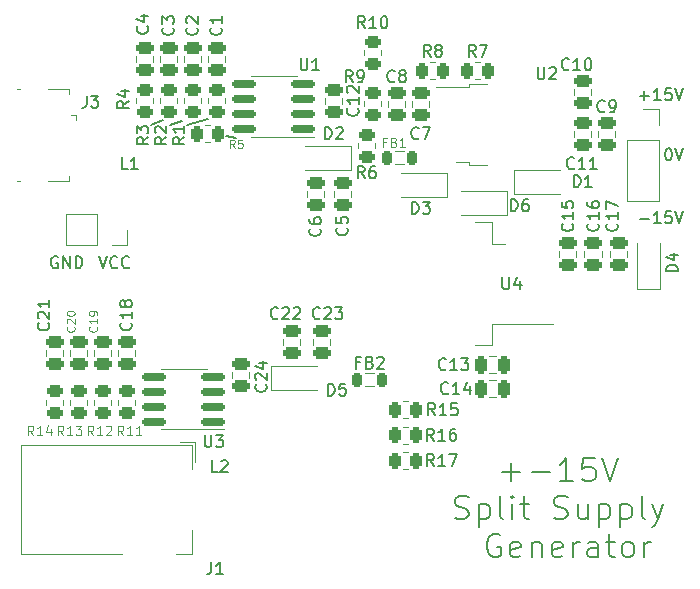
<source format=gbr>
%TF.GenerationSoftware,KiCad,Pcbnew,(6.0.2)*%
%TF.CreationDate,2022-12-20T22:03:32-08:00*%
%TF.ProjectId,split_supply_generator,73706c69-745f-4737-9570-706c795f6765,rev?*%
%TF.SameCoordinates,Original*%
%TF.FileFunction,Legend,Top*%
%TF.FilePolarity,Positive*%
%FSLAX46Y46*%
G04 Gerber Fmt 4.6, Leading zero omitted, Abs format (unit mm)*
G04 Created by KiCad (PCBNEW (6.0.2)) date 2022-12-20 22:03:32*
%MOMM*%
%LPD*%
G01*
G04 APERTURE LIST*
G04 Aperture macros list*
%AMRoundRect*
0 Rectangle with rounded corners*
0 $1 Rounding radius*
0 $2 $3 $4 $5 $6 $7 $8 $9 X,Y pos of 4 corners*
0 Add a 4 corners polygon primitive as box body*
4,1,4,$2,$3,$4,$5,$6,$7,$8,$9,$2,$3,0*
0 Add four circle primitives for the rounded corners*
1,1,$1+$1,$2,$3*
1,1,$1+$1,$4,$5*
1,1,$1+$1,$6,$7*
1,1,$1+$1,$8,$9*
0 Add four rect primitives between the rounded corners*
20,1,$1+$1,$2,$3,$4,$5,0*
20,1,$1+$1,$4,$5,$6,$7,0*
20,1,$1+$1,$6,$7,$8,$9,0*
20,1,$1+$1,$8,$9,$2,$3,0*%
G04 Aperture macros list end*
%ADD10C,0.150000*%
%ADD11C,0.100000*%
%ADD12C,0.120000*%
%ADD13RoundRect,0.250000X-0.475000X0.250000X-0.475000X-0.250000X0.475000X-0.250000X0.475000X0.250000X0*%
%ADD14RoundRect,0.250000X0.475000X-0.250000X0.475000X0.250000X-0.475000X0.250000X-0.475000X-0.250000X0*%
%ADD15R,0.900000X1.200000*%
%ADD16RoundRect,0.250000X-0.450000X0.262500X-0.450000X-0.262500X0.450000X-0.262500X0.450000X0.262500X0*%
%ADD17R,5.400000X2.900000*%
%ADD18R,1.700000X1.700000*%
%ADD19O,1.700000X1.700000*%
%ADD20RoundRect,0.218750X-0.218750X-0.381250X0.218750X-0.381250X0.218750X0.381250X-0.218750X0.381250X0*%
%ADD21RoundRect,0.250000X-0.262500X-0.450000X0.262500X-0.450000X0.262500X0.450000X-0.262500X0.450000X0*%
%ADD22RoundRect,0.150000X0.825000X0.150000X-0.825000X0.150000X-0.825000X-0.150000X0.825000X-0.150000X0*%
%ADD23RoundRect,0.250000X0.250000X0.475000X-0.250000X0.475000X-0.250000X-0.475000X0.250000X-0.475000X0*%
%ADD24C,3.800000*%
%ADD25RoundRect,0.250000X0.262500X0.450000X-0.262500X0.450000X-0.262500X-0.450000X0.262500X-0.450000X0*%
%ADD26R,1.200000X0.900000*%
%ADD27R,1.350000X0.400000*%
%ADD28R,1.900000X1.200000*%
%ADD29R,1.900000X1.500000*%
%ADD30C,1.450000*%
%ADD31O,1.900000X1.200000*%
%ADD32R,2.900000X5.400000*%
%ADD33R,2.000000X4.600000*%
%ADD34O,2.000000X4.200000*%
%ADD35O,4.200000X2.000000*%
%ADD36RoundRect,0.250000X-0.250000X-0.475000X0.250000X-0.475000X0.250000X0.475000X-0.250000X0.475000X0*%
%ADD37R,2.200000X1.200000*%
%ADD38R,6.400000X5.800000*%
%ADD39R,4.600000X1.100000*%
%ADD40R,9.400000X10.800000*%
G04 APERTURE END LIST*
D10*
X145399047Y-70572380D02*
X145494285Y-70572380D01*
X145589523Y-70620000D01*
X145637142Y-70667619D01*
X145684761Y-70762857D01*
X145732380Y-70953333D01*
X145732380Y-71191428D01*
X145684761Y-71381904D01*
X145637142Y-71477142D01*
X145589523Y-71524761D01*
X145494285Y-71572380D01*
X145399047Y-71572380D01*
X145303809Y-71524761D01*
X145256190Y-71477142D01*
X145208571Y-71381904D01*
X145160952Y-71191428D01*
X145160952Y-70953333D01*
X145208571Y-70762857D01*
X145256190Y-70667619D01*
X145303809Y-70620000D01*
X145399047Y-70572380D01*
X146018095Y-70572380D02*
X146351428Y-71572380D01*
X146684761Y-70572380D01*
X143018095Y-66111428D02*
X143780000Y-66111428D01*
X143399047Y-66492380D02*
X143399047Y-65730476D01*
X144780000Y-66492380D02*
X144208571Y-66492380D01*
X144494285Y-66492380D02*
X144494285Y-65492380D01*
X144399047Y-65635238D01*
X144303809Y-65730476D01*
X144208571Y-65778095D01*
X145684761Y-65492380D02*
X145208571Y-65492380D01*
X145160952Y-65968571D01*
X145208571Y-65920952D01*
X145303809Y-65873333D01*
X145541904Y-65873333D01*
X145637142Y-65920952D01*
X145684761Y-65968571D01*
X145732380Y-66063809D01*
X145732380Y-66301904D01*
X145684761Y-66397142D01*
X145637142Y-66444761D01*
X145541904Y-66492380D01*
X145303809Y-66492380D01*
X145208571Y-66444761D01*
X145160952Y-66397142D01*
X146018095Y-65492380D02*
X146351428Y-66492380D01*
X146684761Y-65492380D01*
X143018095Y-76525428D02*
X143780000Y-76525428D01*
X144780000Y-76906380D02*
X144208571Y-76906380D01*
X144494285Y-76906380D02*
X144494285Y-75906380D01*
X144399047Y-76049238D01*
X144303809Y-76144476D01*
X144208571Y-76192095D01*
X145684761Y-75906380D02*
X145208571Y-75906380D01*
X145160952Y-76382571D01*
X145208571Y-76334952D01*
X145303809Y-76287333D01*
X145541904Y-76287333D01*
X145637142Y-76334952D01*
X145684761Y-76382571D01*
X145732380Y-76477809D01*
X145732380Y-76715904D01*
X145684761Y-76811142D01*
X145637142Y-76858761D01*
X145541904Y-76906380D01*
X145303809Y-76906380D01*
X145208571Y-76858761D01*
X145160952Y-76811142D01*
X146018095Y-75906380D02*
X146351428Y-76906380D01*
X146684761Y-75906380D01*
X93726095Y-79764000D02*
X93630857Y-79716380D01*
X93488000Y-79716380D01*
X93345142Y-79764000D01*
X93249904Y-79859238D01*
X93202285Y-79954476D01*
X93154666Y-80144952D01*
X93154666Y-80287809D01*
X93202285Y-80478285D01*
X93249904Y-80573523D01*
X93345142Y-80668761D01*
X93488000Y-80716380D01*
X93583238Y-80716380D01*
X93726095Y-80668761D01*
X93773714Y-80621142D01*
X93773714Y-80287809D01*
X93583238Y-80287809D01*
X94202285Y-80716380D02*
X94202285Y-79716380D01*
X94773714Y-80716380D01*
X94773714Y-79716380D01*
X95249904Y-80716380D02*
X95249904Y-79716380D01*
X95488000Y-79716380D01*
X95630857Y-79764000D01*
X95726095Y-79859238D01*
X95773714Y-79954476D01*
X95821333Y-80144952D01*
X95821333Y-80287809D01*
X95773714Y-80478285D01*
X95726095Y-80573523D01*
X95630857Y-80668761D01*
X95488000Y-80716380D01*
X95249904Y-80716380D01*
X97218666Y-79716380D02*
X97552000Y-80716380D01*
X97885333Y-79716380D01*
X98790095Y-80621142D02*
X98742476Y-80668761D01*
X98599619Y-80716380D01*
X98504380Y-80716380D01*
X98361523Y-80668761D01*
X98266285Y-80573523D01*
X98218666Y-80478285D01*
X98171047Y-80287809D01*
X98171047Y-80144952D01*
X98218666Y-79954476D01*
X98266285Y-79859238D01*
X98361523Y-79764000D01*
X98504380Y-79716380D01*
X98599619Y-79716380D01*
X98742476Y-79764000D01*
X98790095Y-79811619D01*
X99790095Y-80621142D02*
X99742476Y-80668761D01*
X99599619Y-80716380D01*
X99504380Y-80716380D01*
X99361523Y-80668761D01*
X99266285Y-80573523D01*
X99218666Y-80478285D01*
X99171047Y-80287809D01*
X99171047Y-80144952D01*
X99218666Y-79954476D01*
X99266285Y-79859238D01*
X99361523Y-79764000D01*
X99504380Y-79716380D01*
X99599619Y-79716380D01*
X99742476Y-79764000D01*
X99790095Y-79811619D01*
X104648000Y-68580000D02*
X106426000Y-68072000D01*
X103251000Y-68643500D02*
X104267000Y-68262500D01*
X101600000Y-68580000D02*
X102616000Y-68199000D01*
X107950000Y-69532500D02*
X108839000Y-69723000D01*
X131382190Y-98014857D02*
X132906000Y-98014857D01*
X132144095Y-98776761D02*
X132144095Y-97252952D01*
X133858380Y-98014857D02*
X135382190Y-98014857D01*
X137382190Y-98776761D02*
X136239333Y-98776761D01*
X136810761Y-98776761D02*
X136810761Y-96776761D01*
X136620285Y-97062476D01*
X136429809Y-97252952D01*
X136239333Y-97348190D01*
X139191714Y-96776761D02*
X138239333Y-96776761D01*
X138144095Y-97729142D01*
X138239333Y-97633904D01*
X138429809Y-97538666D01*
X138906000Y-97538666D01*
X139096476Y-97633904D01*
X139191714Y-97729142D01*
X139286952Y-97919619D01*
X139286952Y-98395809D01*
X139191714Y-98586285D01*
X139096476Y-98681523D01*
X138906000Y-98776761D01*
X138429809Y-98776761D01*
X138239333Y-98681523D01*
X138144095Y-98586285D01*
X139858380Y-96776761D02*
X140525047Y-98776761D01*
X141191714Y-96776761D01*
X127382190Y-101901523D02*
X127667904Y-101996761D01*
X128144095Y-101996761D01*
X128334571Y-101901523D01*
X128429809Y-101806285D01*
X128525047Y-101615809D01*
X128525047Y-101425333D01*
X128429809Y-101234857D01*
X128334571Y-101139619D01*
X128144095Y-101044380D01*
X127763142Y-100949142D01*
X127572666Y-100853904D01*
X127477428Y-100758666D01*
X127382190Y-100568190D01*
X127382190Y-100377714D01*
X127477428Y-100187238D01*
X127572666Y-100092000D01*
X127763142Y-99996761D01*
X128239333Y-99996761D01*
X128525047Y-100092000D01*
X129382190Y-100663428D02*
X129382190Y-102663428D01*
X129382190Y-100758666D02*
X129572666Y-100663428D01*
X129953619Y-100663428D01*
X130144095Y-100758666D01*
X130239333Y-100853904D01*
X130334571Y-101044380D01*
X130334571Y-101615809D01*
X130239333Y-101806285D01*
X130144095Y-101901523D01*
X129953619Y-101996761D01*
X129572666Y-101996761D01*
X129382190Y-101901523D01*
X131477428Y-101996761D02*
X131286952Y-101901523D01*
X131191714Y-101711047D01*
X131191714Y-99996761D01*
X132239333Y-101996761D02*
X132239333Y-100663428D01*
X132239333Y-99996761D02*
X132144095Y-100092000D01*
X132239333Y-100187238D01*
X132334571Y-100092000D01*
X132239333Y-99996761D01*
X132239333Y-100187238D01*
X132906000Y-100663428D02*
X133667904Y-100663428D01*
X133191714Y-99996761D02*
X133191714Y-101711047D01*
X133286952Y-101901523D01*
X133477428Y-101996761D01*
X133667904Y-101996761D01*
X135763142Y-101901523D02*
X136048857Y-101996761D01*
X136525047Y-101996761D01*
X136715523Y-101901523D01*
X136810761Y-101806285D01*
X136906000Y-101615809D01*
X136906000Y-101425333D01*
X136810761Y-101234857D01*
X136715523Y-101139619D01*
X136525047Y-101044380D01*
X136144095Y-100949142D01*
X135953619Y-100853904D01*
X135858380Y-100758666D01*
X135763142Y-100568190D01*
X135763142Y-100377714D01*
X135858380Y-100187238D01*
X135953619Y-100092000D01*
X136144095Y-99996761D01*
X136620285Y-99996761D01*
X136906000Y-100092000D01*
X138620285Y-100663428D02*
X138620285Y-101996761D01*
X137763142Y-100663428D02*
X137763142Y-101711047D01*
X137858380Y-101901523D01*
X138048857Y-101996761D01*
X138334571Y-101996761D01*
X138525047Y-101901523D01*
X138620285Y-101806285D01*
X139572666Y-100663428D02*
X139572666Y-102663428D01*
X139572666Y-100758666D02*
X139763142Y-100663428D01*
X140144095Y-100663428D01*
X140334571Y-100758666D01*
X140429809Y-100853904D01*
X140525047Y-101044380D01*
X140525047Y-101615809D01*
X140429809Y-101806285D01*
X140334571Y-101901523D01*
X140144095Y-101996761D01*
X139763142Y-101996761D01*
X139572666Y-101901523D01*
X141382190Y-100663428D02*
X141382190Y-102663428D01*
X141382190Y-100758666D02*
X141572666Y-100663428D01*
X141953619Y-100663428D01*
X142144095Y-100758666D01*
X142239333Y-100853904D01*
X142334571Y-101044380D01*
X142334571Y-101615809D01*
X142239333Y-101806285D01*
X142144095Y-101901523D01*
X141953619Y-101996761D01*
X141572666Y-101996761D01*
X141382190Y-101901523D01*
X143477428Y-101996761D02*
X143286952Y-101901523D01*
X143191714Y-101711047D01*
X143191714Y-99996761D01*
X144048857Y-100663428D02*
X144525047Y-101996761D01*
X145001238Y-100663428D02*
X144525047Y-101996761D01*
X144334571Y-102472952D01*
X144239333Y-102568190D01*
X144048857Y-102663428D01*
X131191714Y-103312000D02*
X131001238Y-103216761D01*
X130715523Y-103216761D01*
X130429809Y-103312000D01*
X130239333Y-103502476D01*
X130144095Y-103692952D01*
X130048857Y-104073904D01*
X130048857Y-104359619D01*
X130144095Y-104740571D01*
X130239333Y-104931047D01*
X130429809Y-105121523D01*
X130715523Y-105216761D01*
X130906000Y-105216761D01*
X131191714Y-105121523D01*
X131286952Y-105026285D01*
X131286952Y-104359619D01*
X130906000Y-104359619D01*
X132906000Y-105121523D02*
X132715523Y-105216761D01*
X132334571Y-105216761D01*
X132144095Y-105121523D01*
X132048857Y-104931047D01*
X132048857Y-104169142D01*
X132144095Y-103978666D01*
X132334571Y-103883428D01*
X132715523Y-103883428D01*
X132906000Y-103978666D01*
X133001238Y-104169142D01*
X133001238Y-104359619D01*
X132048857Y-104550095D01*
X133858380Y-103883428D02*
X133858380Y-105216761D01*
X133858380Y-104073904D02*
X133953619Y-103978666D01*
X134144095Y-103883428D01*
X134429809Y-103883428D01*
X134620285Y-103978666D01*
X134715523Y-104169142D01*
X134715523Y-105216761D01*
X136429809Y-105121523D02*
X136239333Y-105216761D01*
X135858380Y-105216761D01*
X135667904Y-105121523D01*
X135572666Y-104931047D01*
X135572666Y-104169142D01*
X135667904Y-103978666D01*
X135858380Y-103883428D01*
X136239333Y-103883428D01*
X136429809Y-103978666D01*
X136525047Y-104169142D01*
X136525047Y-104359619D01*
X135572666Y-104550095D01*
X137382190Y-105216761D02*
X137382190Y-103883428D01*
X137382190Y-104264380D02*
X137477428Y-104073904D01*
X137572666Y-103978666D01*
X137763142Y-103883428D01*
X137953619Y-103883428D01*
X139477428Y-105216761D02*
X139477428Y-104169142D01*
X139382190Y-103978666D01*
X139191714Y-103883428D01*
X138810761Y-103883428D01*
X138620285Y-103978666D01*
X139477428Y-105121523D02*
X139286952Y-105216761D01*
X138810761Y-105216761D01*
X138620285Y-105121523D01*
X138525047Y-104931047D01*
X138525047Y-104740571D01*
X138620285Y-104550095D01*
X138810761Y-104454857D01*
X139286952Y-104454857D01*
X139477428Y-104359619D01*
X140144095Y-103883428D02*
X140906000Y-103883428D01*
X140429809Y-103216761D02*
X140429809Y-104931047D01*
X140525047Y-105121523D01*
X140715523Y-105216761D01*
X140906000Y-105216761D01*
X141858380Y-105216761D02*
X141667904Y-105121523D01*
X141572666Y-105026285D01*
X141477428Y-104835809D01*
X141477428Y-104264380D01*
X141572666Y-104073904D01*
X141667904Y-103978666D01*
X141858380Y-103883428D01*
X142144095Y-103883428D01*
X142334571Y-103978666D01*
X142429809Y-104073904D01*
X142525047Y-104264380D01*
X142525047Y-104835809D01*
X142429809Y-105026285D01*
X142334571Y-105121523D01*
X142144095Y-105216761D01*
X141858380Y-105216761D01*
X143382190Y-105216761D02*
X143382190Y-103883428D01*
X143382190Y-104264380D02*
X143477428Y-104073904D01*
X143572666Y-103978666D01*
X143763142Y-103883428D01*
X143953619Y-103883428D01*
%TO.C,C22*%
X112387142Y-84939142D02*
X112339523Y-84986761D01*
X112196666Y-85034380D01*
X112101428Y-85034380D01*
X111958571Y-84986761D01*
X111863333Y-84891523D01*
X111815714Y-84796285D01*
X111768095Y-84605809D01*
X111768095Y-84462952D01*
X111815714Y-84272476D01*
X111863333Y-84177238D01*
X111958571Y-84082000D01*
X112101428Y-84034380D01*
X112196666Y-84034380D01*
X112339523Y-84082000D01*
X112387142Y-84129619D01*
X112768095Y-84129619D02*
X112815714Y-84082000D01*
X112910952Y-84034380D01*
X113149047Y-84034380D01*
X113244285Y-84082000D01*
X113291904Y-84129619D01*
X113339523Y-84224857D01*
X113339523Y-84320095D01*
X113291904Y-84462952D01*
X112720476Y-85034380D01*
X113339523Y-85034380D01*
X113720476Y-84129619D02*
X113768095Y-84082000D01*
X113863333Y-84034380D01*
X114101428Y-84034380D01*
X114196666Y-84082000D01*
X114244285Y-84129619D01*
X114291904Y-84224857D01*
X114291904Y-84320095D01*
X114244285Y-84462952D01*
X113672857Y-85034380D01*
X114291904Y-85034380D01*
%TO.C,C8*%
X122261333Y-64873142D02*
X122213714Y-64920761D01*
X122070857Y-64968380D01*
X121975619Y-64968380D01*
X121832761Y-64920761D01*
X121737523Y-64825523D01*
X121689904Y-64730285D01*
X121642285Y-64539809D01*
X121642285Y-64396952D01*
X121689904Y-64206476D01*
X121737523Y-64111238D01*
X121832761Y-64016000D01*
X121975619Y-63968380D01*
X122070857Y-63968380D01*
X122213714Y-64016000D01*
X122261333Y-64063619D01*
X122832761Y-64396952D02*
X122737523Y-64349333D01*
X122689904Y-64301714D01*
X122642285Y-64206476D01*
X122642285Y-64158857D01*
X122689904Y-64063619D01*
X122737523Y-64016000D01*
X122832761Y-63968380D01*
X123023238Y-63968380D01*
X123118476Y-64016000D01*
X123166095Y-64063619D01*
X123213714Y-64158857D01*
X123213714Y-64206476D01*
X123166095Y-64301714D01*
X123118476Y-64349333D01*
X123023238Y-64396952D01*
X122832761Y-64396952D01*
X122737523Y-64444571D01*
X122689904Y-64492190D01*
X122642285Y-64587428D01*
X122642285Y-64777904D01*
X122689904Y-64873142D01*
X122737523Y-64920761D01*
X122832761Y-64968380D01*
X123023238Y-64968380D01*
X123118476Y-64920761D01*
X123166095Y-64873142D01*
X123213714Y-64777904D01*
X123213714Y-64587428D01*
X123166095Y-64492190D01*
X123118476Y-64444571D01*
X123023238Y-64396952D01*
%TO.C,D2*%
X116355904Y-69794380D02*
X116355904Y-68794380D01*
X116594000Y-68794380D01*
X116736857Y-68842000D01*
X116832095Y-68937238D01*
X116879714Y-69032476D01*
X116927333Y-69222952D01*
X116927333Y-69365809D01*
X116879714Y-69556285D01*
X116832095Y-69651523D01*
X116736857Y-69746761D01*
X116594000Y-69794380D01*
X116355904Y-69794380D01*
X117308285Y-68889619D02*
X117355904Y-68842000D01*
X117451142Y-68794380D01*
X117689238Y-68794380D01*
X117784476Y-68842000D01*
X117832095Y-68889619D01*
X117879714Y-68984857D01*
X117879714Y-69080095D01*
X117832095Y-69222952D01*
X117260666Y-69794380D01*
X117879714Y-69794380D01*
%TO.C,R9*%
X118705333Y-64968380D02*
X118372000Y-64492190D01*
X118133904Y-64968380D02*
X118133904Y-63968380D01*
X118514857Y-63968380D01*
X118610095Y-64016000D01*
X118657714Y-64063619D01*
X118705333Y-64158857D01*
X118705333Y-64301714D01*
X118657714Y-64396952D01*
X118610095Y-64444571D01*
X118514857Y-64492190D01*
X118133904Y-64492190D01*
X119181523Y-64968380D02*
X119372000Y-64968380D01*
X119467238Y-64920761D01*
X119514857Y-64873142D01*
X119610095Y-64730285D01*
X119657714Y-64539809D01*
X119657714Y-64158857D01*
X119610095Y-64063619D01*
X119562476Y-64016000D01*
X119467238Y-63968380D01*
X119276761Y-63968380D01*
X119181523Y-64016000D01*
X119133904Y-64063619D01*
X119086285Y-64158857D01*
X119086285Y-64396952D01*
X119133904Y-64492190D01*
X119181523Y-64539809D01*
X119276761Y-64587428D01*
X119467238Y-64587428D01*
X119562476Y-64539809D01*
X119610095Y-64492190D01*
X119657714Y-64396952D01*
%TO.C,D3*%
X123721904Y-76112380D02*
X123721904Y-75112380D01*
X123960000Y-75112380D01*
X124102857Y-75160000D01*
X124198095Y-75255238D01*
X124245714Y-75350476D01*
X124293333Y-75540952D01*
X124293333Y-75683809D01*
X124245714Y-75874285D01*
X124198095Y-75969523D01*
X124102857Y-76064761D01*
X123960000Y-76112380D01*
X123721904Y-76112380D01*
X124626666Y-75112380D02*
X125245714Y-75112380D01*
X124912380Y-75493333D01*
X125055238Y-75493333D01*
X125150476Y-75540952D01*
X125198095Y-75588571D01*
X125245714Y-75683809D01*
X125245714Y-75921904D01*
X125198095Y-76017142D01*
X125150476Y-76064761D01*
X125055238Y-76112380D01*
X124769523Y-76112380D01*
X124674285Y-76064761D01*
X124626666Y-76017142D01*
%TO.C,D5*%
X116609904Y-91509880D02*
X116609904Y-90509880D01*
X116848000Y-90509880D01*
X116990857Y-90557500D01*
X117086095Y-90652738D01*
X117133714Y-90747976D01*
X117181333Y-90938452D01*
X117181333Y-91081309D01*
X117133714Y-91271785D01*
X117086095Y-91367023D01*
X116990857Y-91462261D01*
X116848000Y-91509880D01*
X116609904Y-91509880D01*
X118086095Y-90509880D02*
X117609904Y-90509880D01*
X117562285Y-90986071D01*
X117609904Y-90938452D01*
X117705142Y-90890833D01*
X117943238Y-90890833D01*
X118038476Y-90938452D01*
X118086095Y-90986071D01*
X118133714Y-91081309D01*
X118133714Y-91319404D01*
X118086095Y-91414642D01*
X118038476Y-91462261D01*
X117943238Y-91509880D01*
X117705142Y-91509880D01*
X117609904Y-91462261D01*
X117562285Y-91414642D01*
%TO.C,C2*%
X105513142Y-60364666D02*
X105560761Y-60412285D01*
X105608380Y-60555142D01*
X105608380Y-60650380D01*
X105560761Y-60793238D01*
X105465523Y-60888476D01*
X105370285Y-60936095D01*
X105179809Y-60983714D01*
X105036952Y-60983714D01*
X104846476Y-60936095D01*
X104751238Y-60888476D01*
X104656000Y-60793238D01*
X104608380Y-60650380D01*
X104608380Y-60555142D01*
X104656000Y-60412285D01*
X104703619Y-60364666D01*
X104703619Y-59983714D02*
X104656000Y-59936095D01*
X104608380Y-59840857D01*
X104608380Y-59602761D01*
X104656000Y-59507523D01*
X104703619Y-59459904D01*
X104798857Y-59412285D01*
X104894095Y-59412285D01*
X105036952Y-59459904D01*
X105608380Y-60031333D01*
X105608380Y-59412285D01*
D11*
%TO.C,C20*%
X95119000Y-85667000D02*
X95152333Y-85700333D01*
X95185666Y-85800333D01*
X95185666Y-85867000D01*
X95152333Y-85967000D01*
X95085666Y-86033666D01*
X95019000Y-86067000D01*
X94885666Y-86100333D01*
X94785666Y-86100333D01*
X94652333Y-86067000D01*
X94585666Y-86033666D01*
X94519000Y-85967000D01*
X94485666Y-85867000D01*
X94485666Y-85800333D01*
X94519000Y-85700333D01*
X94552333Y-85667000D01*
X94552333Y-85400333D02*
X94519000Y-85367000D01*
X94485666Y-85300333D01*
X94485666Y-85133666D01*
X94519000Y-85067000D01*
X94552333Y-85033666D01*
X94619000Y-85000333D01*
X94685666Y-85000333D01*
X94785666Y-85033666D01*
X95185666Y-85433666D01*
X95185666Y-85000333D01*
X94485666Y-84567000D02*
X94485666Y-84500333D01*
X94519000Y-84433666D01*
X94552333Y-84400333D01*
X94619000Y-84367000D01*
X94752333Y-84333666D01*
X94919000Y-84333666D01*
X95052333Y-84367000D01*
X95119000Y-84400333D01*
X95152333Y-84433666D01*
X95185666Y-84500333D01*
X95185666Y-84567000D01*
X95152333Y-84633666D01*
X95119000Y-84667000D01*
X95052333Y-84700333D01*
X94919000Y-84733666D01*
X94752333Y-84733666D01*
X94619000Y-84700333D01*
X94552333Y-84667000D01*
X94519000Y-84633666D01*
X94485666Y-84567000D01*
D10*
%TO.C,C18*%
X99925142Y-85351857D02*
X99972761Y-85399476D01*
X100020380Y-85542333D01*
X100020380Y-85637571D01*
X99972761Y-85780428D01*
X99877523Y-85875666D01*
X99782285Y-85923285D01*
X99591809Y-85970904D01*
X99448952Y-85970904D01*
X99258476Y-85923285D01*
X99163238Y-85875666D01*
X99068000Y-85780428D01*
X99020380Y-85637571D01*
X99020380Y-85542333D01*
X99068000Y-85399476D01*
X99115619Y-85351857D01*
X100020380Y-84399476D02*
X100020380Y-84970904D01*
X100020380Y-84685190D02*
X99020380Y-84685190D01*
X99163238Y-84780428D01*
X99258476Y-84875666D01*
X99306095Y-84970904D01*
X99448952Y-83828047D02*
X99401333Y-83923285D01*
X99353714Y-83970904D01*
X99258476Y-84018523D01*
X99210857Y-84018523D01*
X99115619Y-83970904D01*
X99068000Y-83923285D01*
X99020380Y-83828047D01*
X99020380Y-83637571D01*
X99068000Y-83542333D01*
X99115619Y-83494714D01*
X99210857Y-83447095D01*
X99258476Y-83447095D01*
X99353714Y-83494714D01*
X99401333Y-83542333D01*
X99448952Y-83637571D01*
X99448952Y-83828047D01*
X99496571Y-83923285D01*
X99544190Y-83970904D01*
X99639428Y-84018523D01*
X99829904Y-84018523D01*
X99925142Y-83970904D01*
X99972761Y-83923285D01*
X100020380Y-83828047D01*
X100020380Y-83637571D01*
X99972761Y-83542333D01*
X99925142Y-83494714D01*
X99829904Y-83447095D01*
X99639428Y-83447095D01*
X99544190Y-83494714D01*
X99496571Y-83542333D01*
X99448952Y-83637571D01*
D11*
%TO.C,R12*%
X96767714Y-94849904D02*
X96501047Y-94468952D01*
X96310571Y-94849904D02*
X96310571Y-94049904D01*
X96615333Y-94049904D01*
X96691523Y-94088000D01*
X96729619Y-94126095D01*
X96767714Y-94202285D01*
X96767714Y-94316571D01*
X96729619Y-94392761D01*
X96691523Y-94430857D01*
X96615333Y-94468952D01*
X96310571Y-94468952D01*
X97529619Y-94849904D02*
X97072476Y-94849904D01*
X97301047Y-94849904D02*
X97301047Y-94049904D01*
X97224857Y-94164190D01*
X97148666Y-94240380D01*
X97072476Y-94278476D01*
X97834380Y-94126095D02*
X97872476Y-94088000D01*
X97948666Y-94049904D01*
X98139142Y-94049904D01*
X98215333Y-94088000D01*
X98253428Y-94126095D01*
X98291523Y-94202285D01*
X98291523Y-94278476D01*
X98253428Y-94392761D01*
X97796285Y-94849904D01*
X98291523Y-94849904D01*
D10*
%TO.C,R2*%
X102941380Y-69635666D02*
X102465190Y-69969000D01*
X102941380Y-70207095D02*
X101941380Y-70207095D01*
X101941380Y-69826142D01*
X101989000Y-69730904D01*
X102036619Y-69683285D01*
X102131857Y-69635666D01*
X102274714Y-69635666D01*
X102369952Y-69683285D01*
X102417571Y-69730904D01*
X102465190Y-69826142D01*
X102465190Y-70207095D01*
X102036619Y-69254714D02*
X101989000Y-69207095D01*
X101941380Y-69111857D01*
X101941380Y-68873761D01*
X101989000Y-68778523D01*
X102036619Y-68730904D01*
X102131857Y-68683285D01*
X102227095Y-68683285D01*
X102369952Y-68730904D01*
X102941380Y-69302333D01*
X102941380Y-68683285D01*
%TO.C,L2*%
X107275333Y-97988380D02*
X106799142Y-97988380D01*
X106799142Y-96988380D01*
X107561047Y-97083619D02*
X107608666Y-97036000D01*
X107703904Y-96988380D01*
X107942000Y-96988380D01*
X108037238Y-97036000D01*
X108084857Y-97083619D01*
X108132476Y-97178857D01*
X108132476Y-97274095D01*
X108084857Y-97416952D01*
X107513428Y-97988380D01*
X108132476Y-97988380D01*
%TO.C,C9*%
X140041333Y-67413142D02*
X139993714Y-67460761D01*
X139850857Y-67508380D01*
X139755619Y-67508380D01*
X139612761Y-67460761D01*
X139517523Y-67365523D01*
X139469904Y-67270285D01*
X139422285Y-67079809D01*
X139422285Y-66936952D01*
X139469904Y-66746476D01*
X139517523Y-66651238D01*
X139612761Y-66556000D01*
X139755619Y-66508380D01*
X139850857Y-66508380D01*
X139993714Y-66556000D01*
X140041333Y-66603619D01*
X140517523Y-67508380D02*
X140708000Y-67508380D01*
X140803238Y-67460761D01*
X140850857Y-67413142D01*
X140946095Y-67270285D01*
X140993714Y-67079809D01*
X140993714Y-66698857D01*
X140946095Y-66603619D01*
X140898476Y-66556000D01*
X140803238Y-66508380D01*
X140612761Y-66508380D01*
X140517523Y-66556000D01*
X140469904Y-66603619D01*
X140422285Y-66698857D01*
X140422285Y-66936952D01*
X140469904Y-67032190D01*
X140517523Y-67079809D01*
X140612761Y-67127428D01*
X140803238Y-67127428D01*
X140898476Y-67079809D01*
X140946095Y-67032190D01*
X140993714Y-66936952D01*
D11*
%TO.C,R13*%
X94227714Y-94849904D02*
X93961047Y-94468952D01*
X93770571Y-94849904D02*
X93770571Y-94049904D01*
X94075333Y-94049904D01*
X94151523Y-94088000D01*
X94189619Y-94126095D01*
X94227714Y-94202285D01*
X94227714Y-94316571D01*
X94189619Y-94392761D01*
X94151523Y-94430857D01*
X94075333Y-94468952D01*
X93770571Y-94468952D01*
X94989619Y-94849904D02*
X94532476Y-94849904D01*
X94761047Y-94849904D02*
X94761047Y-94049904D01*
X94684857Y-94164190D01*
X94608666Y-94240380D01*
X94532476Y-94278476D01*
X95256285Y-94049904D02*
X95751523Y-94049904D01*
X95484857Y-94354666D01*
X95599142Y-94354666D01*
X95675333Y-94392761D01*
X95713428Y-94430857D01*
X95751523Y-94507047D01*
X95751523Y-94697523D01*
X95713428Y-94773714D01*
X95675333Y-94811809D01*
X95599142Y-94849904D01*
X95370571Y-94849904D01*
X95294380Y-94811809D01*
X95256285Y-94773714D01*
D10*
%TO.C,R6*%
X119721333Y-73096380D02*
X119388000Y-72620190D01*
X119149904Y-73096380D02*
X119149904Y-72096380D01*
X119530857Y-72096380D01*
X119626095Y-72144000D01*
X119673714Y-72191619D01*
X119721333Y-72286857D01*
X119721333Y-72429714D01*
X119673714Y-72524952D01*
X119626095Y-72572571D01*
X119530857Y-72620190D01*
X119149904Y-72620190D01*
X120578476Y-72096380D02*
X120388000Y-72096380D01*
X120292761Y-72144000D01*
X120245142Y-72191619D01*
X120149904Y-72334476D01*
X120102285Y-72524952D01*
X120102285Y-72905904D01*
X120149904Y-73001142D01*
X120197523Y-73048761D01*
X120292761Y-73096380D01*
X120483238Y-73096380D01*
X120578476Y-73048761D01*
X120626095Y-73001142D01*
X120673714Y-72905904D01*
X120673714Y-72667809D01*
X120626095Y-72572571D01*
X120578476Y-72524952D01*
X120483238Y-72477333D01*
X120292761Y-72477333D01*
X120197523Y-72524952D01*
X120149904Y-72572571D01*
X120102285Y-72667809D01*
%TO.C,FB2*%
X119308666Y-88703071D02*
X118975333Y-88703071D01*
X118975333Y-89226880D02*
X118975333Y-88226880D01*
X119451523Y-88226880D01*
X120165809Y-88703071D02*
X120308666Y-88750690D01*
X120356285Y-88798309D01*
X120403904Y-88893547D01*
X120403904Y-89036404D01*
X120356285Y-89131642D01*
X120308666Y-89179261D01*
X120213428Y-89226880D01*
X119832476Y-89226880D01*
X119832476Y-88226880D01*
X120165809Y-88226880D01*
X120261047Y-88274500D01*
X120308666Y-88322119D01*
X120356285Y-88417357D01*
X120356285Y-88512595D01*
X120308666Y-88607833D01*
X120261047Y-88655452D01*
X120165809Y-88703071D01*
X119832476Y-88703071D01*
X120784857Y-88322119D02*
X120832476Y-88274500D01*
X120927714Y-88226880D01*
X121165809Y-88226880D01*
X121261047Y-88274500D01*
X121308666Y-88322119D01*
X121356285Y-88417357D01*
X121356285Y-88512595D01*
X121308666Y-88655452D01*
X120737238Y-89226880D01*
X121356285Y-89226880D01*
%TO.C,R10*%
X119753142Y-60396380D02*
X119419809Y-59920190D01*
X119181714Y-60396380D02*
X119181714Y-59396380D01*
X119562666Y-59396380D01*
X119657904Y-59444000D01*
X119705523Y-59491619D01*
X119753142Y-59586857D01*
X119753142Y-59729714D01*
X119705523Y-59824952D01*
X119657904Y-59872571D01*
X119562666Y-59920190D01*
X119181714Y-59920190D01*
X120705523Y-60396380D02*
X120134095Y-60396380D01*
X120419809Y-60396380D02*
X120419809Y-59396380D01*
X120324571Y-59539238D01*
X120229333Y-59634476D01*
X120134095Y-59682095D01*
X121324571Y-59396380D02*
X121419809Y-59396380D01*
X121515047Y-59444000D01*
X121562666Y-59491619D01*
X121610285Y-59586857D01*
X121657904Y-59777333D01*
X121657904Y-60015428D01*
X121610285Y-60205904D01*
X121562666Y-60301142D01*
X121515047Y-60348761D01*
X121419809Y-60396380D01*
X121324571Y-60396380D01*
X121229333Y-60348761D01*
X121181714Y-60301142D01*
X121134095Y-60205904D01*
X121086476Y-60015428D01*
X121086476Y-59777333D01*
X121134095Y-59586857D01*
X121181714Y-59491619D01*
X121229333Y-59444000D01*
X121324571Y-59396380D01*
%TO.C,R7*%
X129119333Y-62810380D02*
X128786000Y-62334190D01*
X128547904Y-62810380D02*
X128547904Y-61810380D01*
X128928857Y-61810380D01*
X129024095Y-61858000D01*
X129071714Y-61905619D01*
X129119333Y-62000857D01*
X129119333Y-62143714D01*
X129071714Y-62238952D01*
X129024095Y-62286571D01*
X128928857Y-62334190D01*
X128547904Y-62334190D01*
X129452666Y-61810380D02*
X130119333Y-61810380D01*
X129690761Y-62810380D01*
%TO.C,D1*%
X137437904Y-73858380D02*
X137437904Y-72858380D01*
X137676000Y-72858380D01*
X137818857Y-72906000D01*
X137914095Y-73001238D01*
X137961714Y-73096476D01*
X138009333Y-73286952D01*
X138009333Y-73429809D01*
X137961714Y-73620285D01*
X137914095Y-73715523D01*
X137818857Y-73810761D01*
X137676000Y-73858380D01*
X137437904Y-73858380D01*
X138961714Y-73858380D02*
X138390285Y-73858380D01*
X138676000Y-73858380D02*
X138676000Y-72858380D01*
X138580761Y-73001238D01*
X138485523Y-73096476D01*
X138390285Y-73144095D01*
D11*
%TO.C,FB1*%
X121507333Y-70046857D02*
X121240666Y-70046857D01*
X121240666Y-70465904D02*
X121240666Y-69665904D01*
X121621619Y-69665904D01*
X122193047Y-70046857D02*
X122307333Y-70084952D01*
X122345428Y-70123047D01*
X122383523Y-70199238D01*
X122383523Y-70313523D01*
X122345428Y-70389714D01*
X122307333Y-70427809D01*
X122231142Y-70465904D01*
X121926380Y-70465904D01*
X121926380Y-69665904D01*
X122193047Y-69665904D01*
X122269238Y-69704000D01*
X122307333Y-69742095D01*
X122345428Y-69818285D01*
X122345428Y-69894476D01*
X122307333Y-69970666D01*
X122269238Y-70008761D01*
X122193047Y-70046857D01*
X121926380Y-70046857D01*
X123145428Y-70465904D02*
X122688285Y-70465904D01*
X122916857Y-70465904D02*
X122916857Y-69665904D01*
X122840666Y-69780190D01*
X122764476Y-69856380D01*
X122688285Y-69894476D01*
D10*
%TO.C,C7*%
X124293333Y-69699142D02*
X124245714Y-69746761D01*
X124102857Y-69794380D01*
X124007619Y-69794380D01*
X123864761Y-69746761D01*
X123769523Y-69651523D01*
X123721904Y-69556285D01*
X123674285Y-69365809D01*
X123674285Y-69222952D01*
X123721904Y-69032476D01*
X123769523Y-68937238D01*
X123864761Y-68842000D01*
X124007619Y-68794380D01*
X124102857Y-68794380D01*
X124245714Y-68842000D01*
X124293333Y-68889619D01*
X124626666Y-68794380D02*
X125293333Y-68794380D01*
X124864761Y-69794380D01*
%TO.C,U3*%
X106172095Y-94867380D02*
X106172095Y-95676904D01*
X106219714Y-95772142D01*
X106267333Y-95819761D01*
X106362571Y-95867380D01*
X106553047Y-95867380D01*
X106648285Y-95819761D01*
X106695904Y-95772142D01*
X106743523Y-95676904D01*
X106743523Y-94867380D01*
X107124476Y-94867380D02*
X107743523Y-94867380D01*
X107410190Y-95248333D01*
X107553047Y-95248333D01*
X107648285Y-95295952D01*
X107695904Y-95343571D01*
X107743523Y-95438809D01*
X107743523Y-95676904D01*
X107695904Y-95772142D01*
X107648285Y-95819761D01*
X107553047Y-95867380D01*
X107267333Y-95867380D01*
X107172095Y-95819761D01*
X107124476Y-95772142D01*
%TO.C,R1*%
X104465380Y-69635666D02*
X103989190Y-69969000D01*
X104465380Y-70207095D02*
X103465380Y-70207095D01*
X103465380Y-69826142D01*
X103513000Y-69730904D01*
X103560619Y-69683285D01*
X103655857Y-69635666D01*
X103798714Y-69635666D01*
X103893952Y-69683285D01*
X103941571Y-69730904D01*
X103989190Y-69826142D01*
X103989190Y-70207095D01*
X104465380Y-68683285D02*
X104465380Y-69254714D01*
X104465380Y-68969000D02*
X103465380Y-68969000D01*
X103608238Y-69064238D01*
X103703476Y-69159476D01*
X103751095Y-69254714D01*
%TO.C,C14*%
X126799142Y-91289142D02*
X126751523Y-91336761D01*
X126608666Y-91384380D01*
X126513428Y-91384380D01*
X126370571Y-91336761D01*
X126275333Y-91241523D01*
X126227714Y-91146285D01*
X126180095Y-90955809D01*
X126180095Y-90812952D01*
X126227714Y-90622476D01*
X126275333Y-90527238D01*
X126370571Y-90432000D01*
X126513428Y-90384380D01*
X126608666Y-90384380D01*
X126751523Y-90432000D01*
X126799142Y-90479619D01*
X127751523Y-91384380D02*
X127180095Y-91384380D01*
X127465809Y-91384380D02*
X127465809Y-90384380D01*
X127370571Y-90527238D01*
X127275333Y-90622476D01*
X127180095Y-90670095D01*
X128608666Y-90717714D02*
X128608666Y-91384380D01*
X128370571Y-90336761D02*
X128132476Y-91051047D01*
X128751523Y-91051047D01*
%TO.C,U1*%
X114300095Y-62952380D02*
X114300095Y-63761904D01*
X114347714Y-63857142D01*
X114395333Y-63904761D01*
X114490571Y-63952380D01*
X114681047Y-63952380D01*
X114776285Y-63904761D01*
X114823904Y-63857142D01*
X114871523Y-63761904D01*
X114871523Y-62952380D01*
X115871523Y-63952380D02*
X115300095Y-63952380D01*
X115585809Y-63952380D02*
X115585809Y-62952380D01*
X115490571Y-63095238D01*
X115395333Y-63190476D01*
X115300095Y-63238095D01*
%TO.C,C5*%
X118213142Y-77316666D02*
X118260761Y-77364285D01*
X118308380Y-77507142D01*
X118308380Y-77602380D01*
X118260761Y-77745238D01*
X118165523Y-77840476D01*
X118070285Y-77888095D01*
X117879809Y-77935714D01*
X117736952Y-77935714D01*
X117546476Y-77888095D01*
X117451238Y-77840476D01*
X117356000Y-77745238D01*
X117308380Y-77602380D01*
X117308380Y-77507142D01*
X117356000Y-77364285D01*
X117403619Y-77316666D01*
X117308380Y-76411904D02*
X117308380Y-76888095D01*
X117784571Y-76935714D01*
X117736952Y-76888095D01*
X117689333Y-76792857D01*
X117689333Y-76554761D01*
X117736952Y-76459523D01*
X117784571Y-76411904D01*
X117879809Y-76364285D01*
X118117904Y-76364285D01*
X118213142Y-76411904D01*
X118260761Y-76459523D01*
X118308380Y-76554761D01*
X118308380Y-76792857D01*
X118260761Y-76888095D01*
X118213142Y-76935714D01*
D11*
%TO.C,R11*%
X99307714Y-94849904D02*
X99041047Y-94468952D01*
X98850571Y-94849904D02*
X98850571Y-94049904D01*
X99155333Y-94049904D01*
X99231523Y-94088000D01*
X99269619Y-94126095D01*
X99307714Y-94202285D01*
X99307714Y-94316571D01*
X99269619Y-94392761D01*
X99231523Y-94430857D01*
X99155333Y-94468952D01*
X98850571Y-94468952D01*
X100069619Y-94849904D02*
X99612476Y-94849904D01*
X99841047Y-94849904D02*
X99841047Y-94049904D01*
X99764857Y-94164190D01*
X99688666Y-94240380D01*
X99612476Y-94278476D01*
X100831523Y-94849904D02*
X100374380Y-94849904D01*
X100602952Y-94849904D02*
X100602952Y-94049904D01*
X100526761Y-94164190D01*
X100450571Y-94240380D01*
X100374380Y-94278476D01*
%TO.C,R5*%
X108722333Y-70547666D02*
X108489000Y-70214333D01*
X108322333Y-70547666D02*
X108322333Y-69847666D01*
X108589000Y-69847666D01*
X108655666Y-69881000D01*
X108689000Y-69914333D01*
X108722333Y-69981000D01*
X108722333Y-70081000D01*
X108689000Y-70147666D01*
X108655666Y-70181000D01*
X108589000Y-70214333D01*
X108322333Y-70214333D01*
X109355666Y-69847666D02*
X109022333Y-69847666D01*
X108989000Y-70181000D01*
X109022333Y-70147666D01*
X109089000Y-70114333D01*
X109255666Y-70114333D01*
X109322333Y-70147666D01*
X109355666Y-70181000D01*
X109389000Y-70247666D01*
X109389000Y-70414333D01*
X109355666Y-70481000D01*
X109322333Y-70514333D01*
X109255666Y-70547666D01*
X109089000Y-70547666D01*
X109022333Y-70514333D01*
X108989000Y-70481000D01*
D10*
%TO.C,C10*%
X137025142Y-63857142D02*
X136977523Y-63904761D01*
X136834666Y-63952380D01*
X136739428Y-63952380D01*
X136596571Y-63904761D01*
X136501333Y-63809523D01*
X136453714Y-63714285D01*
X136406095Y-63523809D01*
X136406095Y-63380952D01*
X136453714Y-63190476D01*
X136501333Y-63095238D01*
X136596571Y-63000000D01*
X136739428Y-62952380D01*
X136834666Y-62952380D01*
X136977523Y-63000000D01*
X137025142Y-63047619D01*
X137977523Y-63952380D02*
X137406095Y-63952380D01*
X137691809Y-63952380D02*
X137691809Y-62952380D01*
X137596571Y-63095238D01*
X137501333Y-63190476D01*
X137406095Y-63238095D01*
X138596571Y-62952380D02*
X138691809Y-62952380D01*
X138787047Y-63000000D01*
X138834666Y-63047619D01*
X138882285Y-63142857D01*
X138929904Y-63333333D01*
X138929904Y-63571428D01*
X138882285Y-63761904D01*
X138834666Y-63857142D01*
X138787047Y-63904761D01*
X138691809Y-63952380D01*
X138596571Y-63952380D01*
X138501333Y-63904761D01*
X138453714Y-63857142D01*
X138406095Y-63761904D01*
X138358476Y-63571428D01*
X138358476Y-63333333D01*
X138406095Y-63142857D01*
X138453714Y-63047619D01*
X138501333Y-63000000D01*
X138596571Y-62952380D01*
%TO.C,D6*%
X132103904Y-75890380D02*
X132103904Y-74890380D01*
X132342000Y-74890380D01*
X132484857Y-74938000D01*
X132580095Y-75033238D01*
X132627714Y-75128476D01*
X132675333Y-75318952D01*
X132675333Y-75461809D01*
X132627714Y-75652285D01*
X132580095Y-75747523D01*
X132484857Y-75842761D01*
X132342000Y-75890380D01*
X132103904Y-75890380D01*
X133532476Y-74890380D02*
X133342000Y-74890380D01*
X133246761Y-74938000D01*
X133199142Y-74985619D01*
X133103904Y-75128476D01*
X133056285Y-75318952D01*
X133056285Y-75699904D01*
X133103904Y-75795142D01*
X133151523Y-75842761D01*
X133246761Y-75890380D01*
X133437238Y-75890380D01*
X133532476Y-75842761D01*
X133580095Y-75795142D01*
X133627714Y-75699904D01*
X133627714Y-75461809D01*
X133580095Y-75366571D01*
X133532476Y-75318952D01*
X133437238Y-75271333D01*
X133246761Y-75271333D01*
X133151523Y-75318952D01*
X133103904Y-75366571D01*
X133056285Y-75461809D01*
%TO.C,R8*%
X125309333Y-62810380D02*
X124976000Y-62334190D01*
X124737904Y-62810380D02*
X124737904Y-61810380D01*
X125118857Y-61810380D01*
X125214095Y-61858000D01*
X125261714Y-61905619D01*
X125309333Y-62000857D01*
X125309333Y-62143714D01*
X125261714Y-62238952D01*
X125214095Y-62286571D01*
X125118857Y-62334190D01*
X124737904Y-62334190D01*
X125880761Y-62238952D02*
X125785523Y-62191333D01*
X125737904Y-62143714D01*
X125690285Y-62048476D01*
X125690285Y-62000857D01*
X125737904Y-61905619D01*
X125785523Y-61858000D01*
X125880761Y-61810380D01*
X126071238Y-61810380D01*
X126166476Y-61858000D01*
X126214095Y-61905619D01*
X126261714Y-62000857D01*
X126261714Y-62048476D01*
X126214095Y-62143714D01*
X126166476Y-62191333D01*
X126071238Y-62238952D01*
X125880761Y-62238952D01*
X125785523Y-62286571D01*
X125737904Y-62334190D01*
X125690285Y-62429428D01*
X125690285Y-62619904D01*
X125737904Y-62715142D01*
X125785523Y-62762761D01*
X125880761Y-62810380D01*
X126071238Y-62810380D01*
X126166476Y-62762761D01*
X126214095Y-62715142D01*
X126261714Y-62619904D01*
X126261714Y-62429428D01*
X126214095Y-62334190D01*
X126166476Y-62286571D01*
X126071238Y-62238952D01*
%TO.C,R15*%
X125698642Y-93162380D02*
X125365309Y-92686190D01*
X125127214Y-93162380D02*
X125127214Y-92162380D01*
X125508166Y-92162380D01*
X125603404Y-92210000D01*
X125651023Y-92257619D01*
X125698642Y-92352857D01*
X125698642Y-92495714D01*
X125651023Y-92590952D01*
X125603404Y-92638571D01*
X125508166Y-92686190D01*
X125127214Y-92686190D01*
X126651023Y-93162380D02*
X126079595Y-93162380D01*
X126365309Y-93162380D02*
X126365309Y-92162380D01*
X126270071Y-92305238D01*
X126174833Y-92400476D01*
X126079595Y-92448095D01*
X127555785Y-92162380D02*
X127079595Y-92162380D01*
X127031976Y-92638571D01*
X127079595Y-92590952D01*
X127174833Y-92543333D01*
X127412928Y-92543333D01*
X127508166Y-92590952D01*
X127555785Y-92638571D01*
X127603404Y-92733809D01*
X127603404Y-92971904D01*
X127555785Y-93067142D01*
X127508166Y-93114761D01*
X127412928Y-93162380D01*
X127174833Y-93162380D01*
X127079595Y-93114761D01*
X127031976Y-93067142D01*
%TO.C,R17*%
X125595142Y-97480380D02*
X125261809Y-97004190D01*
X125023714Y-97480380D02*
X125023714Y-96480380D01*
X125404666Y-96480380D01*
X125499904Y-96528000D01*
X125547523Y-96575619D01*
X125595142Y-96670857D01*
X125595142Y-96813714D01*
X125547523Y-96908952D01*
X125499904Y-96956571D01*
X125404666Y-97004190D01*
X125023714Y-97004190D01*
X126547523Y-97480380D02*
X125976095Y-97480380D01*
X126261809Y-97480380D02*
X126261809Y-96480380D01*
X126166571Y-96623238D01*
X126071333Y-96718476D01*
X125976095Y-96766095D01*
X126880857Y-96480380D02*
X127547523Y-96480380D01*
X127118952Y-97480380D01*
%TO.C,C1*%
X107545142Y-60364666D02*
X107592761Y-60412285D01*
X107640380Y-60555142D01*
X107640380Y-60650380D01*
X107592761Y-60793238D01*
X107497523Y-60888476D01*
X107402285Y-60936095D01*
X107211809Y-60983714D01*
X107068952Y-60983714D01*
X106878476Y-60936095D01*
X106783238Y-60888476D01*
X106688000Y-60793238D01*
X106640380Y-60650380D01*
X106640380Y-60555142D01*
X106688000Y-60412285D01*
X106735619Y-60364666D01*
X107640380Y-59412285D02*
X107640380Y-59983714D01*
X107640380Y-59698000D02*
X106640380Y-59698000D01*
X106783238Y-59793238D01*
X106878476Y-59888476D01*
X106926095Y-59983714D01*
%TO.C,D4*%
X146248380Y-81002095D02*
X145248380Y-81002095D01*
X145248380Y-80764000D01*
X145296000Y-80621142D01*
X145391238Y-80525904D01*
X145486476Y-80478285D01*
X145676952Y-80430666D01*
X145819809Y-80430666D01*
X146010285Y-80478285D01*
X146105523Y-80525904D01*
X146200761Y-80621142D01*
X146248380Y-80764000D01*
X146248380Y-81002095D01*
X145581714Y-79573523D02*
X146248380Y-79573523D01*
X145200761Y-79811619D02*
X145915047Y-80049714D01*
X145915047Y-79430666D01*
%TO.C,C23*%
X115943142Y-84939142D02*
X115895523Y-84986761D01*
X115752666Y-85034380D01*
X115657428Y-85034380D01*
X115514571Y-84986761D01*
X115419333Y-84891523D01*
X115371714Y-84796285D01*
X115324095Y-84605809D01*
X115324095Y-84462952D01*
X115371714Y-84272476D01*
X115419333Y-84177238D01*
X115514571Y-84082000D01*
X115657428Y-84034380D01*
X115752666Y-84034380D01*
X115895523Y-84082000D01*
X115943142Y-84129619D01*
X116324095Y-84129619D02*
X116371714Y-84082000D01*
X116466952Y-84034380D01*
X116705047Y-84034380D01*
X116800285Y-84082000D01*
X116847904Y-84129619D01*
X116895523Y-84224857D01*
X116895523Y-84320095D01*
X116847904Y-84462952D01*
X116276476Y-85034380D01*
X116895523Y-85034380D01*
X117228857Y-84034380D02*
X117847904Y-84034380D01*
X117514571Y-84415333D01*
X117657428Y-84415333D01*
X117752666Y-84462952D01*
X117800285Y-84510571D01*
X117847904Y-84605809D01*
X117847904Y-84843904D01*
X117800285Y-84939142D01*
X117752666Y-84986761D01*
X117657428Y-85034380D01*
X117371714Y-85034380D01*
X117276476Y-84986761D01*
X117228857Y-84939142D01*
%TO.C,J3*%
X96186666Y-66127380D02*
X96186666Y-66841666D01*
X96139047Y-66984523D01*
X96043809Y-67079761D01*
X95900952Y-67127380D01*
X95805714Y-67127380D01*
X96567619Y-66127380D02*
X97186666Y-66127380D01*
X96853333Y-66508333D01*
X96996190Y-66508333D01*
X97091428Y-66555952D01*
X97139047Y-66603571D01*
X97186666Y-66698809D01*
X97186666Y-66936904D01*
X97139047Y-67032142D01*
X97091428Y-67079761D01*
X96996190Y-67127380D01*
X96710476Y-67127380D01*
X96615238Y-67079761D01*
X96567619Y-67032142D01*
%TO.C,R3*%
X101417380Y-69635666D02*
X100941190Y-69969000D01*
X101417380Y-70207095D02*
X100417380Y-70207095D01*
X100417380Y-69826142D01*
X100465000Y-69730904D01*
X100512619Y-69683285D01*
X100607857Y-69635666D01*
X100750714Y-69635666D01*
X100845952Y-69683285D01*
X100893571Y-69730904D01*
X100941190Y-69826142D01*
X100941190Y-70207095D01*
X100417380Y-69302333D02*
X100417380Y-68683285D01*
X100798333Y-69016619D01*
X100798333Y-68873761D01*
X100845952Y-68778523D01*
X100893571Y-68730904D01*
X100988809Y-68683285D01*
X101226904Y-68683285D01*
X101322142Y-68730904D01*
X101369761Y-68778523D01*
X101417380Y-68873761D01*
X101417380Y-69159476D01*
X101369761Y-69254714D01*
X101322142Y-69302333D01*
%TO.C,C21*%
X92940142Y-85351857D02*
X92987761Y-85399476D01*
X93035380Y-85542333D01*
X93035380Y-85637571D01*
X92987761Y-85780428D01*
X92892523Y-85875666D01*
X92797285Y-85923285D01*
X92606809Y-85970904D01*
X92463952Y-85970904D01*
X92273476Y-85923285D01*
X92178238Y-85875666D01*
X92083000Y-85780428D01*
X92035380Y-85637571D01*
X92035380Y-85542333D01*
X92083000Y-85399476D01*
X92130619Y-85351857D01*
X92130619Y-84970904D02*
X92083000Y-84923285D01*
X92035380Y-84828047D01*
X92035380Y-84589952D01*
X92083000Y-84494714D01*
X92130619Y-84447095D01*
X92225857Y-84399476D01*
X92321095Y-84399476D01*
X92463952Y-84447095D01*
X93035380Y-85018523D01*
X93035380Y-84399476D01*
X93035380Y-83447095D02*
X93035380Y-84018523D01*
X93035380Y-83732809D02*
X92035380Y-83732809D01*
X92178238Y-83828047D01*
X92273476Y-83923285D01*
X92321095Y-84018523D01*
%TO.C,C24*%
X111355142Y-90558857D02*
X111402761Y-90606476D01*
X111450380Y-90749333D01*
X111450380Y-90844571D01*
X111402761Y-90987428D01*
X111307523Y-91082666D01*
X111212285Y-91130285D01*
X111021809Y-91177904D01*
X110878952Y-91177904D01*
X110688476Y-91130285D01*
X110593238Y-91082666D01*
X110498000Y-90987428D01*
X110450380Y-90844571D01*
X110450380Y-90749333D01*
X110498000Y-90606476D01*
X110545619Y-90558857D01*
X110545619Y-90177904D02*
X110498000Y-90130285D01*
X110450380Y-90035047D01*
X110450380Y-89796952D01*
X110498000Y-89701714D01*
X110545619Y-89654095D01*
X110640857Y-89606476D01*
X110736095Y-89606476D01*
X110878952Y-89654095D01*
X111450380Y-90225523D01*
X111450380Y-89606476D01*
X110783714Y-88749333D02*
X111450380Y-88749333D01*
X110402761Y-88987428D02*
X111117047Y-89225523D01*
X111117047Y-88606476D01*
%TO.C,L1*%
X99655333Y-72334380D02*
X99179142Y-72334380D01*
X99179142Y-71334380D01*
X100512476Y-72334380D02*
X99941047Y-72334380D01*
X100226761Y-72334380D02*
X100226761Y-71334380D01*
X100131523Y-71477238D01*
X100036285Y-71572476D01*
X99941047Y-71620095D01*
%TO.C,R4*%
X99766380Y-66587666D02*
X99290190Y-66921000D01*
X99766380Y-67159095D02*
X98766380Y-67159095D01*
X98766380Y-66778142D01*
X98814000Y-66682904D01*
X98861619Y-66635285D01*
X98956857Y-66587666D01*
X99099714Y-66587666D01*
X99194952Y-66635285D01*
X99242571Y-66682904D01*
X99290190Y-66778142D01*
X99290190Y-67159095D01*
X99099714Y-65730523D02*
X99766380Y-65730523D01*
X98718761Y-65968619D02*
X99433047Y-66206714D01*
X99433047Y-65587666D01*
%TO.C,C12*%
X119131142Y-67190857D02*
X119178761Y-67238476D01*
X119226380Y-67381333D01*
X119226380Y-67476571D01*
X119178761Y-67619428D01*
X119083523Y-67714666D01*
X118988285Y-67762285D01*
X118797809Y-67809904D01*
X118654952Y-67809904D01*
X118464476Y-67762285D01*
X118369238Y-67714666D01*
X118274000Y-67619428D01*
X118226380Y-67476571D01*
X118226380Y-67381333D01*
X118274000Y-67238476D01*
X118321619Y-67190857D01*
X119226380Y-66238476D02*
X119226380Y-66809904D01*
X119226380Y-66524190D02*
X118226380Y-66524190D01*
X118369238Y-66619428D01*
X118464476Y-66714666D01*
X118512095Y-66809904D01*
X118321619Y-65857523D02*
X118274000Y-65809904D01*
X118226380Y-65714666D01*
X118226380Y-65476571D01*
X118274000Y-65381333D01*
X118321619Y-65333714D01*
X118416857Y-65286095D01*
X118512095Y-65286095D01*
X118654952Y-65333714D01*
X119226380Y-65905142D01*
X119226380Y-65286095D01*
%TO.C,J1*%
X106727666Y-105624380D02*
X106727666Y-106338666D01*
X106680047Y-106481523D01*
X106584809Y-106576761D01*
X106441952Y-106624380D01*
X106346714Y-106624380D01*
X107727666Y-106624380D02*
X107156238Y-106624380D01*
X107441952Y-106624380D02*
X107441952Y-105624380D01*
X107346714Y-105767238D01*
X107251476Y-105862476D01*
X107156238Y-105910095D01*
%TO.C,C3*%
X103481142Y-60364666D02*
X103528761Y-60412285D01*
X103576380Y-60555142D01*
X103576380Y-60650380D01*
X103528761Y-60793238D01*
X103433523Y-60888476D01*
X103338285Y-60936095D01*
X103147809Y-60983714D01*
X103004952Y-60983714D01*
X102814476Y-60936095D01*
X102719238Y-60888476D01*
X102624000Y-60793238D01*
X102576380Y-60650380D01*
X102576380Y-60555142D01*
X102624000Y-60412285D01*
X102671619Y-60364666D01*
X102576380Y-60031333D02*
X102576380Y-59412285D01*
X102957333Y-59745619D01*
X102957333Y-59602761D01*
X103004952Y-59507523D01*
X103052571Y-59459904D01*
X103147809Y-59412285D01*
X103385904Y-59412285D01*
X103481142Y-59459904D01*
X103528761Y-59507523D01*
X103576380Y-59602761D01*
X103576380Y-59888476D01*
X103528761Y-59983714D01*
X103481142Y-60031333D01*
%TO.C,C15*%
X137301142Y-76958857D02*
X137348761Y-77006476D01*
X137396380Y-77149333D01*
X137396380Y-77244571D01*
X137348761Y-77387428D01*
X137253523Y-77482666D01*
X137158285Y-77530285D01*
X136967809Y-77577904D01*
X136824952Y-77577904D01*
X136634476Y-77530285D01*
X136539238Y-77482666D01*
X136444000Y-77387428D01*
X136396380Y-77244571D01*
X136396380Y-77149333D01*
X136444000Y-77006476D01*
X136491619Y-76958857D01*
X137396380Y-76006476D02*
X137396380Y-76577904D01*
X137396380Y-76292190D02*
X136396380Y-76292190D01*
X136539238Y-76387428D01*
X136634476Y-76482666D01*
X136682095Y-76577904D01*
X136396380Y-75101714D02*
X136396380Y-75577904D01*
X136872571Y-75625523D01*
X136824952Y-75577904D01*
X136777333Y-75482666D01*
X136777333Y-75244571D01*
X136824952Y-75149333D01*
X136872571Y-75101714D01*
X136967809Y-75054095D01*
X137205904Y-75054095D01*
X137301142Y-75101714D01*
X137348761Y-75149333D01*
X137396380Y-75244571D01*
X137396380Y-75482666D01*
X137348761Y-75577904D01*
X137301142Y-75625523D01*
%TO.C,R16*%
X125595142Y-95321380D02*
X125261809Y-94845190D01*
X125023714Y-95321380D02*
X125023714Y-94321380D01*
X125404666Y-94321380D01*
X125499904Y-94369000D01*
X125547523Y-94416619D01*
X125595142Y-94511857D01*
X125595142Y-94654714D01*
X125547523Y-94749952D01*
X125499904Y-94797571D01*
X125404666Y-94845190D01*
X125023714Y-94845190D01*
X126547523Y-95321380D02*
X125976095Y-95321380D01*
X126261809Y-95321380D02*
X126261809Y-94321380D01*
X126166571Y-94464238D01*
X126071333Y-94559476D01*
X125976095Y-94607095D01*
X127404666Y-94321380D02*
X127214190Y-94321380D01*
X127118952Y-94369000D01*
X127071333Y-94416619D01*
X126976095Y-94559476D01*
X126928476Y-94749952D01*
X126928476Y-95130904D01*
X126976095Y-95226142D01*
X127023714Y-95273761D01*
X127118952Y-95321380D01*
X127309428Y-95321380D01*
X127404666Y-95273761D01*
X127452285Y-95226142D01*
X127499904Y-95130904D01*
X127499904Y-94892809D01*
X127452285Y-94797571D01*
X127404666Y-94749952D01*
X127309428Y-94702333D01*
X127118952Y-94702333D01*
X127023714Y-94749952D01*
X126976095Y-94797571D01*
X126928476Y-94892809D01*
%TO.C,C17*%
X141073142Y-76958857D02*
X141120761Y-77006476D01*
X141168380Y-77149333D01*
X141168380Y-77244571D01*
X141120761Y-77387428D01*
X141025523Y-77482666D01*
X140930285Y-77530285D01*
X140739809Y-77577904D01*
X140596952Y-77577904D01*
X140406476Y-77530285D01*
X140311238Y-77482666D01*
X140216000Y-77387428D01*
X140168380Y-77244571D01*
X140168380Y-77149333D01*
X140216000Y-77006476D01*
X140263619Y-76958857D01*
X141168380Y-76006476D02*
X141168380Y-76577904D01*
X141168380Y-76292190D02*
X140168380Y-76292190D01*
X140311238Y-76387428D01*
X140406476Y-76482666D01*
X140454095Y-76577904D01*
X140168380Y-75673142D02*
X140168380Y-75006476D01*
X141168380Y-75435047D01*
%TO.C,C6*%
X115927142Y-77382666D02*
X115974761Y-77430285D01*
X116022380Y-77573142D01*
X116022380Y-77668380D01*
X115974761Y-77811238D01*
X115879523Y-77906476D01*
X115784285Y-77954095D01*
X115593809Y-78001714D01*
X115450952Y-78001714D01*
X115260476Y-77954095D01*
X115165238Y-77906476D01*
X115070000Y-77811238D01*
X115022380Y-77668380D01*
X115022380Y-77573142D01*
X115070000Y-77430285D01*
X115117619Y-77382666D01*
X115022380Y-76525523D02*
X115022380Y-76716000D01*
X115070000Y-76811238D01*
X115117619Y-76858857D01*
X115260476Y-76954095D01*
X115450952Y-77001714D01*
X115831904Y-77001714D01*
X115927142Y-76954095D01*
X115974761Y-76906476D01*
X116022380Y-76811238D01*
X116022380Y-76620761D01*
X115974761Y-76525523D01*
X115927142Y-76477904D01*
X115831904Y-76430285D01*
X115593809Y-76430285D01*
X115498571Y-76477904D01*
X115450952Y-76525523D01*
X115403333Y-76620761D01*
X115403333Y-76811238D01*
X115450952Y-76906476D01*
X115498571Y-76954095D01*
X115593809Y-77001714D01*
%TO.C,C13*%
X126611142Y-89257142D02*
X126563523Y-89304761D01*
X126420666Y-89352380D01*
X126325428Y-89352380D01*
X126182571Y-89304761D01*
X126087333Y-89209523D01*
X126039714Y-89114285D01*
X125992095Y-88923809D01*
X125992095Y-88780952D01*
X126039714Y-88590476D01*
X126087333Y-88495238D01*
X126182571Y-88400000D01*
X126325428Y-88352380D01*
X126420666Y-88352380D01*
X126563523Y-88400000D01*
X126611142Y-88447619D01*
X127563523Y-89352380D02*
X126992095Y-89352380D01*
X127277809Y-89352380D02*
X127277809Y-88352380D01*
X127182571Y-88495238D01*
X127087333Y-88590476D01*
X126992095Y-88638095D01*
X127896857Y-88352380D02*
X128515904Y-88352380D01*
X128182571Y-88733333D01*
X128325428Y-88733333D01*
X128420666Y-88780952D01*
X128468285Y-88828571D01*
X128515904Y-88923809D01*
X128515904Y-89161904D01*
X128468285Y-89257142D01*
X128420666Y-89304761D01*
X128325428Y-89352380D01*
X128039714Y-89352380D01*
X127944476Y-89304761D01*
X127896857Y-89257142D01*
D11*
%TO.C,C19*%
X97024000Y-85667000D02*
X97057333Y-85700333D01*
X97090666Y-85800333D01*
X97090666Y-85867000D01*
X97057333Y-85967000D01*
X96990666Y-86033666D01*
X96924000Y-86067000D01*
X96790666Y-86100333D01*
X96690666Y-86100333D01*
X96557333Y-86067000D01*
X96490666Y-86033666D01*
X96424000Y-85967000D01*
X96390666Y-85867000D01*
X96390666Y-85800333D01*
X96424000Y-85700333D01*
X96457333Y-85667000D01*
X97090666Y-85000333D02*
X97090666Y-85400333D01*
X97090666Y-85200333D02*
X96390666Y-85200333D01*
X96490666Y-85267000D01*
X96557333Y-85333666D01*
X96590666Y-85400333D01*
X97090666Y-84667000D02*
X97090666Y-84533666D01*
X97057333Y-84467000D01*
X97024000Y-84433666D01*
X96924000Y-84367000D01*
X96790666Y-84333666D01*
X96524000Y-84333666D01*
X96457333Y-84367000D01*
X96424000Y-84400333D01*
X96390666Y-84467000D01*
X96390666Y-84600333D01*
X96424000Y-84667000D01*
X96457333Y-84700333D01*
X96524000Y-84733666D01*
X96690666Y-84733666D01*
X96757333Y-84700333D01*
X96790666Y-84667000D01*
X96824000Y-84600333D01*
X96824000Y-84467000D01*
X96790666Y-84400333D01*
X96757333Y-84367000D01*
X96690666Y-84333666D01*
D10*
%TO.C,C4*%
X101322142Y-60237666D02*
X101369761Y-60285285D01*
X101417380Y-60428142D01*
X101417380Y-60523380D01*
X101369761Y-60666238D01*
X101274523Y-60761476D01*
X101179285Y-60809095D01*
X100988809Y-60856714D01*
X100845952Y-60856714D01*
X100655476Y-60809095D01*
X100560238Y-60761476D01*
X100465000Y-60666238D01*
X100417380Y-60523380D01*
X100417380Y-60428142D01*
X100465000Y-60285285D01*
X100512619Y-60237666D01*
X100750714Y-59380523D02*
X101417380Y-59380523D01*
X100369761Y-59618619D02*
X101084047Y-59856714D01*
X101084047Y-59237666D01*
%TO.C,U2*%
X134366095Y-63714380D02*
X134366095Y-64523904D01*
X134413714Y-64619142D01*
X134461333Y-64666761D01*
X134556571Y-64714380D01*
X134747047Y-64714380D01*
X134842285Y-64666761D01*
X134889904Y-64619142D01*
X134937523Y-64523904D01*
X134937523Y-63714380D01*
X135366095Y-63809619D02*
X135413714Y-63762000D01*
X135508952Y-63714380D01*
X135747047Y-63714380D01*
X135842285Y-63762000D01*
X135889904Y-63809619D01*
X135937523Y-63904857D01*
X135937523Y-64000095D01*
X135889904Y-64142952D01*
X135318476Y-64714380D01*
X135937523Y-64714380D01*
%TO.C,C11*%
X137467142Y-72239142D02*
X137419523Y-72286761D01*
X137276666Y-72334380D01*
X137181428Y-72334380D01*
X137038571Y-72286761D01*
X136943333Y-72191523D01*
X136895714Y-72096285D01*
X136848095Y-71905809D01*
X136848095Y-71762952D01*
X136895714Y-71572476D01*
X136943333Y-71477238D01*
X137038571Y-71382000D01*
X137181428Y-71334380D01*
X137276666Y-71334380D01*
X137419523Y-71382000D01*
X137467142Y-71429619D01*
X138419523Y-72334380D02*
X137848095Y-72334380D01*
X138133809Y-72334380D02*
X138133809Y-71334380D01*
X138038571Y-71477238D01*
X137943333Y-71572476D01*
X137848095Y-71620095D01*
X139371904Y-72334380D02*
X138800476Y-72334380D01*
X139086190Y-72334380D02*
X139086190Y-71334380D01*
X138990952Y-71477238D01*
X138895714Y-71572476D01*
X138800476Y-71620095D01*
%TO.C,U4*%
X131391095Y-81494380D02*
X131391095Y-82303904D01*
X131438714Y-82399142D01*
X131486333Y-82446761D01*
X131581571Y-82494380D01*
X131772047Y-82494380D01*
X131867285Y-82446761D01*
X131914904Y-82399142D01*
X131962523Y-82303904D01*
X131962523Y-81494380D01*
X132867285Y-81827714D02*
X132867285Y-82494380D01*
X132629190Y-81446761D02*
X132391095Y-82161047D01*
X133010142Y-82161047D01*
%TO.C,C16*%
X139460142Y-76958857D02*
X139507761Y-77006476D01*
X139555380Y-77149333D01*
X139555380Y-77244571D01*
X139507761Y-77387428D01*
X139412523Y-77482666D01*
X139317285Y-77530285D01*
X139126809Y-77577904D01*
X138983952Y-77577904D01*
X138793476Y-77530285D01*
X138698238Y-77482666D01*
X138603000Y-77387428D01*
X138555380Y-77244571D01*
X138555380Y-77149333D01*
X138603000Y-77006476D01*
X138650619Y-76958857D01*
X139555380Y-76006476D02*
X139555380Y-76577904D01*
X139555380Y-76292190D02*
X138555380Y-76292190D01*
X138698238Y-76387428D01*
X138793476Y-76482666D01*
X138841095Y-76577904D01*
X138555380Y-75149333D02*
X138555380Y-75339809D01*
X138603000Y-75435047D01*
X138650619Y-75482666D01*
X138793476Y-75577904D01*
X138983952Y-75625523D01*
X139364904Y-75625523D01*
X139460142Y-75577904D01*
X139507761Y-75530285D01*
X139555380Y-75435047D01*
X139555380Y-75244571D01*
X139507761Y-75149333D01*
X139460142Y-75101714D01*
X139364904Y-75054095D01*
X139126809Y-75054095D01*
X139031571Y-75101714D01*
X138983952Y-75149333D01*
X138936333Y-75244571D01*
X138936333Y-75435047D01*
X138983952Y-75530285D01*
X139031571Y-75577904D01*
X139126809Y-75625523D01*
D11*
%TO.C,R14*%
X91687714Y-94849904D02*
X91421047Y-94468952D01*
X91230571Y-94849904D02*
X91230571Y-94049904D01*
X91535333Y-94049904D01*
X91611523Y-94088000D01*
X91649619Y-94126095D01*
X91687714Y-94202285D01*
X91687714Y-94316571D01*
X91649619Y-94392761D01*
X91611523Y-94430857D01*
X91535333Y-94468952D01*
X91230571Y-94468952D01*
X92449619Y-94849904D02*
X91992476Y-94849904D01*
X92221047Y-94849904D02*
X92221047Y-94049904D01*
X92144857Y-94164190D01*
X92068666Y-94240380D01*
X91992476Y-94278476D01*
X93135333Y-94316571D02*
X93135333Y-94849904D01*
X92944857Y-94011809D02*
X92754380Y-94583238D01*
X93249619Y-94583238D01*
D12*
%TO.C,C22*%
X112803000Y-86732248D02*
X112803000Y-87254752D01*
X114273000Y-86732248D02*
X114273000Y-87254752D01*
%TO.C,C8*%
X123163000Y-67063252D02*
X123163000Y-66540748D01*
X121693000Y-67063252D02*
X121693000Y-66540748D01*
%TO.C,D2*%
X118582000Y-72374000D02*
X118582000Y-70374000D01*
X118582000Y-70374000D02*
X114682000Y-70374000D01*
X118582000Y-72374000D02*
X114682000Y-72374000D01*
%TO.C,R9*%
X119661000Y-66574936D02*
X119661000Y-67029064D01*
X121131000Y-66574936D02*
X121131000Y-67029064D01*
%TO.C,D3*%
X126710000Y-74660000D02*
X122810000Y-74660000D01*
X126710000Y-72660000D02*
X122810000Y-72660000D01*
X126710000Y-74660000D02*
X126710000Y-72660000D01*
%TO.C,D5*%
X111796000Y-91041500D02*
X115696000Y-91041500D01*
X111796000Y-89041500D02*
X115696000Y-89041500D01*
X111796000Y-89041500D02*
X111796000Y-91041500D01*
%TO.C,C2*%
X105891000Y-62730748D02*
X105891000Y-63253252D01*
X104421000Y-62730748D02*
X104421000Y-63253252D01*
%TO.C,C20*%
X96239000Y-87622748D02*
X96239000Y-88145252D01*
X94769000Y-87622748D02*
X94769000Y-88145252D01*
%TO.C,C18*%
X100303000Y-87622748D02*
X100303000Y-88145252D01*
X98833000Y-87622748D02*
X98833000Y-88145252D01*
%TO.C,R12*%
X96801000Y-91846436D02*
X96801000Y-92300564D01*
X98271000Y-91846436D02*
X98271000Y-92300564D01*
%TO.C,R2*%
X105891000Y-66320936D02*
X105891000Y-66775064D01*
X104421000Y-66320936D02*
X104421000Y-66775064D01*
%TO.C,C9*%
X140943000Y-69603252D02*
X140943000Y-69080748D01*
X139473000Y-69603252D02*
X139473000Y-69080748D01*
%TO.C,J2*%
X144611000Y-69865000D02*
X144611000Y-75005000D01*
X141951000Y-69865000D02*
X144611000Y-69865000D01*
X141951000Y-75005000D02*
X144611000Y-75005000D01*
X144611000Y-67265000D02*
X144611000Y-68595000D01*
X141951000Y-69865000D02*
X141951000Y-75005000D01*
X143281000Y-67265000D02*
X144611000Y-67265000D01*
%TO.C,R13*%
X94769000Y-91846436D02*
X94769000Y-92300564D01*
X96239000Y-91846436D02*
X96239000Y-92300564D01*
%TO.C,R6*%
X120623000Y-70130936D02*
X120623000Y-70585064D01*
X119153000Y-70130936D02*
X119153000Y-70585064D01*
%TO.C,J4*%
X94428000Y-76140000D02*
X94428000Y-78800000D01*
X99628000Y-78800000D02*
X98298000Y-78800000D01*
X97028000Y-76140000D02*
X97028000Y-78800000D01*
X97028000Y-76140000D02*
X94428000Y-76140000D01*
X99628000Y-77470000D02*
X99628000Y-78800000D01*
X97028000Y-78800000D02*
X94428000Y-78800000D01*
%TO.C,FB2*%
X119742378Y-89610000D02*
X120541622Y-89610000D01*
X119742378Y-90730000D02*
X120541622Y-90730000D01*
%TO.C,R10*%
X119661000Y-62256936D02*
X119661000Y-62711064D01*
X121131000Y-62256936D02*
X121131000Y-62711064D01*
%TO.C,R7*%
X129058936Y-64743000D02*
X129513064Y-64743000D01*
X129058936Y-63273000D02*
X129513064Y-63273000D01*
%TO.C,D1*%
X132370000Y-72406000D02*
X132370000Y-74406000D01*
X132370000Y-74406000D02*
X136270000Y-74406000D01*
X132370000Y-72406000D02*
X136270000Y-72406000D01*
%TO.C,FB1*%
X122282378Y-71934000D02*
X123081622Y-71934000D01*
X122282378Y-70814000D02*
X123081622Y-70814000D01*
%TO.C,C7*%
X123725000Y-66540748D02*
X123725000Y-67063252D01*
X125195000Y-66540748D02*
X125195000Y-67063252D01*
%TO.C,U3*%
X104394000Y-94379500D02*
X102444000Y-94379500D01*
X104394000Y-89259500D02*
X102444000Y-89259500D01*
X104394000Y-89259500D02*
X106344000Y-89259500D01*
X104394000Y-94379500D02*
X107844000Y-94379500D01*
%TO.C,R1*%
X106453000Y-66320936D02*
X106453000Y-66775064D01*
X107923000Y-66320936D02*
X107923000Y-66775064D01*
%TO.C,C14*%
X130817252Y-90197000D02*
X130294748Y-90197000D01*
X130817252Y-91667000D02*
X130294748Y-91667000D01*
%TO.C,U1*%
X112014000Y-64496000D02*
X110064000Y-64496000D01*
X112014000Y-69616000D02*
X115464000Y-69616000D01*
X112014000Y-64496000D02*
X113964000Y-64496000D01*
X112014000Y-69616000D02*
X110064000Y-69616000D01*
%TO.C,C5*%
X117121000Y-74683252D02*
X117121000Y-74160748D01*
X118591000Y-74683252D02*
X118591000Y-74160748D01*
%TO.C,R11*%
X100303000Y-91846436D02*
X100303000Y-92300564D01*
X98833000Y-91846436D02*
X98833000Y-92300564D01*
%TO.C,R5*%
X106653064Y-68607000D02*
X106198936Y-68607000D01*
X106653064Y-70077000D02*
X106198936Y-70077000D01*
%TO.C,C10*%
X138911000Y-65524748D02*
X138911000Y-66047252D01*
X137441000Y-65524748D02*
X137441000Y-66047252D01*
%TO.C,D6*%
X131790000Y-74184000D02*
X127890000Y-74184000D01*
X131790000Y-76184000D02*
X131790000Y-74184000D01*
X131790000Y-76184000D02*
X127890000Y-76184000D01*
%TO.C,R8*%
X125248936Y-64743000D02*
X125703064Y-64743000D01*
X125248936Y-63273000D02*
X125703064Y-63273000D01*
%TO.C,R15*%
X122962936Y-93445000D02*
X123417064Y-93445000D01*
X122962936Y-91975000D02*
X123417064Y-91975000D01*
%TO.C,R17*%
X123417064Y-96293000D02*
X122962936Y-96293000D01*
X123417064Y-97763000D02*
X122962936Y-97763000D01*
%TO.C,C1*%
X107923000Y-62730748D02*
X107923000Y-63253252D01*
X106453000Y-62730748D02*
X106453000Y-63253252D01*
%TO.C,D4*%
X142764000Y-82514000D02*
X144764000Y-82514000D01*
X142764000Y-82514000D02*
X142764000Y-78614000D01*
X144764000Y-82514000D02*
X144764000Y-78614000D01*
%TO.C,C23*%
X115343000Y-86732248D02*
X115343000Y-87254752D01*
X116813000Y-86732248D02*
X116813000Y-87254752D01*
%TO.C,J3*%
X95276500Y-67769000D02*
X95276500Y-68219000D01*
X92876500Y-65569000D02*
X94726500Y-65569000D01*
X94726500Y-73369000D02*
X94726500Y-72919000D01*
X90326500Y-73369000D02*
X90576500Y-73369000D01*
X92876500Y-73369000D02*
X94726500Y-73369000D01*
X94726500Y-65569000D02*
X94726500Y-66019000D01*
X90326500Y-65569000D02*
X90576500Y-65569000D01*
X95276500Y-67769000D02*
X94826500Y-67769000D01*
%TO.C,R3*%
X103859000Y-66320936D02*
X103859000Y-66775064D01*
X102389000Y-66320936D02*
X102389000Y-66775064D01*
%TO.C,C21*%
X94207000Y-87622748D02*
X94207000Y-88145252D01*
X92737000Y-87622748D02*
X92737000Y-88145252D01*
%TO.C,C24*%
X108485000Y-89526248D02*
X108485000Y-90048752D01*
X109955000Y-89526248D02*
X109955000Y-90048752D01*
%TO.C,R4*%
X100357000Y-66320936D02*
X100357000Y-66775064D01*
X101827000Y-66320936D02*
X101827000Y-66775064D01*
%TO.C,C12*%
X117829000Y-66286748D02*
X117829000Y-66809252D01*
X116359000Y-66286748D02*
X116359000Y-66809252D01*
%TO.C,J1*%
X105094000Y-104915000D02*
X103794000Y-104915000D01*
X105094000Y-95715000D02*
X105094000Y-97715000D01*
X99194000Y-104915000D02*
X90594000Y-104915000D01*
X105094000Y-102915000D02*
X105094000Y-104915000D01*
X90594000Y-104915000D02*
X90594000Y-95715000D01*
X105394000Y-95415000D02*
X104094000Y-95415000D01*
X90594000Y-95715000D02*
X105094000Y-95715000D01*
X105394000Y-97115000D02*
X105394000Y-95415000D01*
%TO.C,C3*%
X102389000Y-62730748D02*
X102389000Y-63253252D01*
X103859000Y-62730748D02*
X103859000Y-63253252D01*
%TO.C,C15*%
X136171000Y-79763252D02*
X136171000Y-79240748D01*
X137641000Y-79763252D02*
X137641000Y-79240748D01*
%TO.C,R16*%
X123417064Y-94134000D02*
X122962936Y-94134000D01*
X123417064Y-95604000D02*
X122962936Y-95604000D01*
%TO.C,C17*%
X141959000Y-79763252D02*
X141959000Y-79240748D01*
X140489000Y-79763252D02*
X140489000Y-79240748D01*
%TO.C,C6*%
X114835000Y-74683252D02*
X114835000Y-74160748D01*
X116305000Y-74683252D02*
X116305000Y-74160748D01*
%TO.C,C13*%
X130294748Y-89635000D02*
X130817252Y-89635000D01*
X130294748Y-88165000D02*
X130817252Y-88165000D01*
%TO.C,C19*%
X98271000Y-87622748D02*
X98271000Y-88145252D01*
X96801000Y-87622748D02*
X96801000Y-88145252D01*
%TO.C,C4*%
X101827000Y-62730748D02*
X101827000Y-63253252D01*
X100357000Y-62730748D02*
X100357000Y-63253252D01*
%TO.C,U2*%
X128594000Y-65400000D02*
X125764000Y-65400000D01*
X128594000Y-71760000D02*
X127494000Y-71760000D01*
X128594000Y-72030000D02*
X128594000Y-71760000D01*
X130094000Y-72030000D02*
X128594000Y-72030000D01*
X130094000Y-65130000D02*
X128594000Y-65130000D01*
X128594000Y-65130000D02*
X128594000Y-65400000D01*
%TO.C,C11*%
X137441000Y-69603252D02*
X137441000Y-69080748D01*
X138911000Y-69603252D02*
X138911000Y-69080748D01*
%TO.C,U4*%
X129031000Y-76842000D02*
X130531000Y-76842000D01*
X130531000Y-85432000D02*
X135656000Y-85432000D01*
X130531000Y-76842000D02*
X130531000Y-78652000D01*
X129031000Y-87242000D02*
X130531000Y-87242000D01*
X130531000Y-78652000D02*
X131631000Y-78652000D01*
X130531000Y-87242000D02*
X130531000Y-85432000D01*
%TO.C,C16*%
X138330000Y-79763252D02*
X138330000Y-79240748D01*
X139800000Y-79763252D02*
X139800000Y-79240748D01*
%TO.C,R14*%
X94207000Y-91846436D02*
X94207000Y-92300564D01*
X92737000Y-91846436D02*
X92737000Y-92300564D01*
%TD*%
%LPC*%
D13*
%TO.C,C22*%
X113538000Y-86043500D03*
X113538000Y-87943500D03*
%TD*%
D14*
%TO.C,C8*%
X122428000Y-67752000D03*
X122428000Y-65852000D03*
%TD*%
D15*
%TO.C,D2*%
X117982000Y-71374000D03*
X114682000Y-71374000D03*
%TD*%
D16*
%TO.C,R9*%
X120396000Y-67714500D03*
X120396000Y-65889500D03*
%TD*%
D15*
%TO.C,D3*%
X126110000Y-73660000D03*
X122810000Y-73660000D03*
%TD*%
%TO.C,D5*%
X112396000Y-90041500D03*
X115696000Y-90041500D03*
%TD*%
D13*
%TO.C,C2*%
X105156000Y-62042000D03*
X105156000Y-63942000D03*
%TD*%
%TO.C,C20*%
X95504000Y-86934000D03*
X95504000Y-88834000D03*
%TD*%
%TO.C,C18*%
X99568000Y-86934000D03*
X99568000Y-88834000D03*
%TD*%
D16*
%TO.C,R12*%
X97536000Y-91161000D03*
X97536000Y-92986000D03*
%TD*%
%TO.C,R2*%
X105156000Y-65635500D03*
X105156000Y-67460500D03*
%TD*%
D17*
%TO.C,L2*%
X114808000Y-93218000D03*
X114808000Y-103118000D03*
%TD*%
D14*
%TO.C,C9*%
X140208000Y-70292000D03*
X140208000Y-68392000D03*
%TD*%
D18*
%TO.C,J2*%
X143281000Y-68595000D03*
D19*
X143281000Y-71135000D03*
X143281000Y-73675000D03*
%TD*%
D16*
%TO.C,R13*%
X95504000Y-91161000D03*
X95504000Y-92986000D03*
%TD*%
%TO.C,R6*%
X119888000Y-69445500D03*
X119888000Y-71270500D03*
%TD*%
D18*
%TO.C,J4*%
X98298000Y-77470000D03*
D19*
X95758000Y-77470000D03*
%TD*%
D20*
%TO.C,FB2*%
X119079500Y-90170000D03*
X121204500Y-90170000D03*
%TD*%
D16*
%TO.C,R10*%
X120396000Y-61571500D03*
X120396000Y-63396500D03*
%TD*%
D21*
%TO.C,R7*%
X128373500Y-64008000D03*
X130198500Y-64008000D03*
%TD*%
D15*
%TO.C,D1*%
X132970000Y-73406000D03*
X136270000Y-73406000D03*
%TD*%
D20*
%TO.C,FB1*%
X121619500Y-71374000D03*
X123744500Y-71374000D03*
%TD*%
D13*
%TO.C,C7*%
X124460000Y-65852000D03*
X124460000Y-67752000D03*
%TD*%
D22*
%TO.C,U3*%
X106869000Y-93724500D03*
X106869000Y-92454500D03*
X106869000Y-91184500D03*
X106869000Y-89914500D03*
X101919000Y-89914500D03*
X101919000Y-91184500D03*
X101919000Y-92454500D03*
X101919000Y-93724500D03*
%TD*%
D16*
%TO.C,R1*%
X107188000Y-65635500D03*
X107188000Y-67460500D03*
%TD*%
D23*
%TO.C,C14*%
X131506000Y-90932000D03*
X129606000Y-90932000D03*
%TD*%
D24*
%TO.C,H3*%
X93472000Y-107696000D03*
%TD*%
D22*
%TO.C,U1*%
X114489000Y-68961000D03*
X114489000Y-67691000D03*
X114489000Y-66421000D03*
X114489000Y-65151000D03*
X109539000Y-65151000D03*
X109539000Y-66421000D03*
X109539000Y-67691000D03*
X109539000Y-68961000D03*
%TD*%
D14*
%TO.C,C5*%
X117856000Y-75372000D03*
X117856000Y-73472000D03*
%TD*%
D16*
%TO.C,R11*%
X99568000Y-91161000D03*
X99568000Y-92986000D03*
%TD*%
D25*
%TO.C,R5*%
X107338500Y-69342000D03*
X105513500Y-69342000D03*
%TD*%
D13*
%TO.C,C10*%
X138176000Y-64836000D03*
X138176000Y-66736000D03*
%TD*%
D24*
%TO.C,H1*%
X144526000Y-61214000D03*
%TD*%
D15*
%TO.C,D6*%
X131190000Y-75184000D03*
X127890000Y-75184000D03*
%TD*%
D21*
%TO.C,R8*%
X124563500Y-64008000D03*
X126388500Y-64008000D03*
%TD*%
%TO.C,R15*%
X122277500Y-92710000D03*
X124102500Y-92710000D03*
%TD*%
D25*
%TO.C,R17*%
X124102500Y-97028000D03*
X122277500Y-97028000D03*
%TD*%
D13*
%TO.C,C1*%
X107188000Y-62042000D03*
X107188000Y-63942000D03*
%TD*%
D26*
%TO.C,D4*%
X143764000Y-81914000D03*
X143764000Y-78614000D03*
%TD*%
D13*
%TO.C,C23*%
X116078000Y-86043500D03*
X116078000Y-87943500D03*
%TD*%
D27*
%TO.C,J3*%
X94426500Y-68169000D03*
X94426500Y-68819000D03*
X94426500Y-69469000D03*
X94426500Y-70119000D03*
X94426500Y-70769000D03*
D28*
X91726500Y-72369000D03*
D29*
X91726500Y-68469000D03*
D30*
X94426500Y-66969000D03*
D31*
X91726500Y-72969000D03*
X91726500Y-65969000D03*
D29*
X91726500Y-70469000D03*
D28*
X91726500Y-66569000D03*
D30*
X94426500Y-71969000D03*
%TD*%
D16*
%TO.C,R3*%
X103124000Y-65635500D03*
X103124000Y-67460500D03*
%TD*%
D13*
%TO.C,C21*%
X93472000Y-86934000D03*
X93472000Y-88834000D03*
%TD*%
%TO.C,C24*%
X109220000Y-88837500D03*
X109220000Y-90737500D03*
%TD*%
D32*
%TO.C,L1*%
X101982500Y-76962000D03*
X111882500Y-76962000D03*
%TD*%
D24*
%TO.C,H4*%
X144526000Y-107696000D03*
%TD*%
D16*
%TO.C,R4*%
X101092000Y-65635500D03*
X101092000Y-67460500D03*
%TD*%
D13*
%TO.C,C12*%
X117094000Y-65598000D03*
X117094000Y-67498000D03*
%TD*%
D33*
%TO.C,J1*%
X104394000Y-100315000D03*
D34*
X98094000Y-100315000D03*
D35*
X101494000Y-105115000D03*
%TD*%
D13*
%TO.C,C3*%
X103124000Y-62042000D03*
X103124000Y-63942000D03*
%TD*%
D14*
%TO.C,C15*%
X136906000Y-80452000D03*
X136906000Y-78552000D03*
%TD*%
D25*
%TO.C,R16*%
X124102500Y-94869000D03*
X122277500Y-94869000D03*
%TD*%
D14*
%TO.C,C17*%
X141224000Y-80452000D03*
X141224000Y-78552000D03*
%TD*%
%TO.C,C6*%
X115570000Y-75372000D03*
X115570000Y-73472000D03*
%TD*%
D36*
%TO.C,C13*%
X129606000Y-88900000D03*
X131506000Y-88900000D03*
%TD*%
D13*
%TO.C,C19*%
X97536000Y-86934000D03*
X97536000Y-88834000D03*
%TD*%
%TO.C,C4*%
X101092000Y-62042000D03*
X101092000Y-63942000D03*
%TD*%
D37*
%TO.C,U2*%
X126864000Y-66300000D03*
D38*
X133164000Y-68580000D03*
D37*
X126864000Y-70860000D03*
%TD*%
D24*
%TO.C,H2*%
X93472000Y-61214000D03*
%TD*%
D14*
%TO.C,C11*%
X138176000Y-70292000D03*
X138176000Y-68392000D03*
%TD*%
D39*
%TO.C,U4*%
X133356000Y-84582000D03*
D40*
X124206000Y-82042000D03*
D39*
X133356000Y-79502000D03*
%TD*%
D14*
%TO.C,C16*%
X139065000Y-80452000D03*
X139065000Y-78552000D03*
%TD*%
D16*
%TO.C,R14*%
X93472000Y-91161000D03*
X93472000Y-92986000D03*
%TD*%
M02*

</source>
